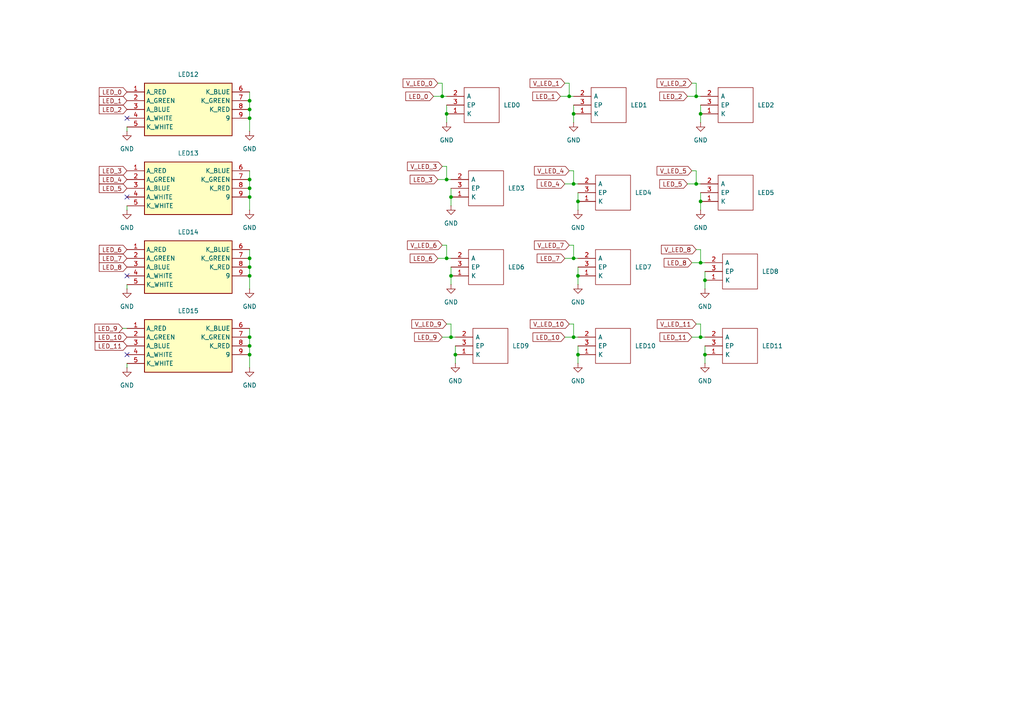
<source format=kicad_sch>
(kicad_sch (version 20231120) (generator "eeschema") (generator_version "8.0")
  (paper "A4")
  (lib_symbols
    (symbol "JR5050CWT-E-B50EB0000-N0000001:JR5050CWT-E-B50EB0000-N0000001" (pin_names (offset 0.762))
      (property "Reference" "LED" (at 16.51 7.62 0))
      (property "Value" "JR5050CWT-E-B50EB0000-N0000001" (at 16.51 5.08 0))
      (symbol "JR5050CWT-E-B50EB0000-N0000001_0_0"
        (pin passive line (at 0 -5.08 0) (length 5.08) (name "K") (number "1"))
        (pin passive line (at 0 0 0) (length 5.08) (name "A") (number "2"))
        (pin passive line (at 0 -2.54 0) (length 5.08) (name "EP") (number "3"))
      )
      (symbol "JR5050CWT-E-B50EB0000-N0000001_0_1"
        (polyline (pts (xy 5.08 2.54) (xy 15.24 2.54) (xy 15.24 -7.62) (xy 5.08 -7.62) (xy 5.08 2.54)) (stroke (width 0.1524)))
      )
    )
    (symbol "XPLDCL-00-0000-0000HC6AAAE7:XPLDCL-00-0000-0000HC6AAAE7"
      (property "Reference" "LED" (at 31.75 7.62 0))
      (property "Value" "XPLDCL-00-0000-0000HC6AAAE7" (at 31.75 5.08 0))
      (symbol "XPLDCL-00-0000-0000HC6AAAE7_1_1"
        (rectangle (start 5.08 2.54) (end 30.48 -12.7) (stroke (width 0.254)) (fill (type background)))
        (pin passive line (at 0 0 0) (length 5.08) (name "A_RED") (number "1"))
        (pin passive line (at 0 -2.54 0) (length 5.08) (name "A_GREEN") (number "2"))
        (pin passive line (at 0 -5.08 0) (length 5.08) (name "A_BLUE") (number "3"))
        (pin passive line (at 0 -7.62 0) (length 5.08) (name "A_WHITE") (number "4"))
        (pin passive line (at 0 -10.16 0) (length 5.08) (name "K_WHITE") (number "5"))
        (pin passive line (at 35.56 0 180) (length 5.08) (name "K_BLUE") (number "6"))
        (pin passive line (at 35.56 -2.54 180) (length 5.08) (name "K_GREEN") (number "7"))
        (pin passive line (at 35.56 -5.08 180) (length 5.08) (name "K_RED") (number "8"))
        (pin passive line (at 35.56 -7.62 180) (length 5.08) (name "9") (number "9"))
      )
    )
    (symbol "power:GND" (power) (pin_numbers hide) (pin_names (offset 0) hide)
      (property "Value" "GND" (at 0 -3.81 0))
      (symbol "GND_0_1"
        (polyline (pts (xy 0 0) (xy 0 -1.27) (xy 1.27 -1.27) (xy 0 -2.54) (xy -1.27 -1.27) (xy 0 -1.27)))
      )
      (symbol "GND_1_1"
        (pin power_in line (at 0 0 270) (length 0) (name "~") (number "1"))
      )
    )
  )
  (junction (at 201.93 53.34))
  (junction (at 165.1 27.94))
  (junction (at 167.64 80.01))
  (junction (at 203.2 58.42))
  (junction (at 129.54 33.02))
  (junction (at 72.39 52.07))
  (junction (at 130.81 80.01))
  (junction (at 128.27 27.94))
  (junction (at 204.47 81.28))
  (junction (at 166.37 53.34))
  (junction (at 203.2 76.2))
  (junction (at 129.54 52.07))
  (junction (at 129.54 74.93))
  (junction (at 72.39 100.33))
  (junction (at 130.81 57.15))
  (junction (at 72.39 34.29))
  (junction (at 72.39 54.61))
  (junction (at 167.64 58.42))
  (junction (at 72.39 57.15))
  (junction (at 201.93 27.94))
  (junction (at 166.37 74.93))
  (junction (at 130.81 97.79))
  (junction (at 203.2 33.02))
  (junction (at 72.39 77.47))
  (junction (at 72.39 74.93))
  (junction (at 204.47 102.87))
  (junction (at 72.39 31.75))
  (junction (at 72.39 102.87))
  (junction (at 132.08 102.87))
  (junction (at 203.2 97.79))
  (junction (at 72.39 80.01))
  (junction (at 166.37 33.02))
  (junction (at 72.39 97.79))
  (junction (at 72.39 29.21))
  (junction (at 167.64 102.87))
  (junction (at 166.37 97.79))
  (no_connect (at 36.83 34.29))
  (no_connect (at 36.83 57.15))
  (no_connect (at 36.83 80.01))
  (no_connect (at 36.83 102.87))
  (wire (pts (xy 163.83 97.79) (xy 166.37 97.79)))
  (wire (pts (xy 72.39 77.47) (xy 72.39 80.01)))
  (wire (pts (xy 166.37 93.98) (xy 166.37 97.79)))
  (wire (pts (xy 203.2 33.02) (xy 203.2 35.56)))
  (wire (pts (xy 72.39 72.39) (xy 72.39 74.93)))
  (wire (pts (xy 201.93 93.98) (xy 203.2 93.98)))
  (wire (pts (xy 165.1 24.13) (xy 165.1 27.94)))
  (wire (pts (xy 199.39 27.94) (xy 201.93 27.94)))
  (wire (pts (xy 200.66 76.2) (xy 203.2 76.2)))
  (wire (pts (xy 72.39 106.68) (xy 72.39 102.87)))
  (wire (pts (xy 165.1 27.94) (xy 166.37 27.94)))
  (wire (pts (xy 127 52.07) (xy 129.54 52.07)))
  (wire (pts (xy 36.83 83.82) (xy 36.83 82.55)))
  (wire (pts (xy 166.37 30.48) (xy 166.37 33.02)))
  (wire (pts (xy 166.37 33.02) (xy 166.37 35.56)))
  (wire (pts (xy 130.81 57.15) (xy 130.81 59.69)))
  (wire (pts (xy 166.37 53.34) (xy 167.64 53.34)))
  (wire (pts (xy 129.54 30.48) (xy 129.54 33.02)))
  (wire (pts (xy 203.2 55.88) (xy 203.2 58.42)))
  (wire (pts (xy 167.64 100.33) (xy 167.64 102.87)))
  (wire (pts (xy 132.08 102.87) (xy 132.08 105.41)))
  (wire (pts (xy 163.83 24.13) (xy 165.1 24.13)))
  (wire (pts (xy 166.37 74.93) (xy 167.64 74.93)))
  (wire (pts (xy 203.2 72.39) (xy 203.2 76.2)))
  (wire (pts (xy 129.54 71.12) (xy 129.54 74.93)))
  (wire (pts (xy 167.64 80.01) (xy 167.64 82.55)))
  (wire (pts (xy 36.83 38.1) (xy 36.83 36.83)))
  (wire (pts (xy 166.37 71.12) (xy 166.37 74.93)))
  (wire (pts (xy 72.39 31.75) (xy 72.39 34.29)))
  (wire (pts (xy 72.39 83.82) (xy 72.39 80.01)))
  (wire (pts (xy 204.47 100.33) (xy 204.47 102.87)))
  (wire (pts (xy 129.54 74.93) (xy 130.81 74.93)))
  (wire (pts (xy 167.64 77.47) (xy 167.64 80.01)))
  (wire (pts (xy 36.83 60.96) (xy 36.83 59.69)))
  (wire (pts (xy 163.83 74.93) (xy 166.37 74.93)))
  (wire (pts (xy 166.37 49.53) (xy 166.37 53.34)))
  (wire (pts (xy 72.39 29.21) (xy 72.39 31.75)))
  (wire (pts (xy 130.81 77.47) (xy 130.81 80.01)))
  (wire (pts (xy 204.47 78.74) (xy 204.47 81.28)))
  (wire (pts (xy 72.39 97.79) (xy 72.39 100.33)))
  (wire (pts (xy 129.54 33.02) (xy 129.54 35.56)))
  (wire (pts (xy 72.39 49.53) (xy 72.39 52.07)))
  (wire (pts (xy 201.93 27.94) (xy 203.2 27.94)))
  (wire (pts (xy 166.37 97.79) (xy 167.64 97.79)))
  (wire (pts (xy 203.2 76.2) (xy 204.47 76.2)))
  (wire (pts (xy 165.1 71.12) (xy 166.37 71.12)))
  (wire (pts (xy 72.39 60.96) (xy 72.39 57.15)))
  (wire (pts (xy 200.66 97.79) (xy 203.2 97.79)))
  (wire (pts (xy 201.93 72.39) (xy 203.2 72.39)))
  (wire (pts (xy 130.81 54.61) (xy 130.81 57.15)))
  (wire (pts (xy 167.64 102.87) (xy 167.64 105.41)))
  (wire (pts (xy 201.93 53.34) (xy 203.2 53.34)))
  (wire (pts (xy 36.83 106.68) (xy 36.83 105.41)))
  (wire (pts (xy 127 24.13) (xy 128.27 24.13)))
  (wire (pts (xy 35.56 95.25) (xy 36.83 95.25)))
  (wire (pts (xy 72.39 52.07) (xy 72.39 54.61)))
  (wire (pts (xy 127 74.93) (xy 129.54 74.93)))
  (wire (pts (xy 128.27 97.79) (xy 130.81 97.79)))
  (wire (pts (xy 200.66 49.53) (xy 201.93 49.53)))
  (wire (pts (xy 163.83 53.34) (xy 166.37 53.34)))
  (wire (pts (xy 200.66 24.13) (xy 201.93 24.13)))
  (wire (pts (xy 201.93 49.53) (xy 201.93 53.34)))
  (wire (pts (xy 203.2 58.42) (xy 203.2 60.96)))
  (wire (pts (xy 130.81 80.01) (xy 130.81 82.55)))
  (wire (pts (xy 165.1 93.98) (xy 166.37 93.98)))
  (wire (pts (xy 129.54 52.07) (xy 130.81 52.07)))
  (wire (pts (xy 72.39 38.1) (xy 72.39 34.29)))
  (wire (pts (xy 130.81 97.79) (xy 132.08 97.79)))
  (wire (pts (xy 129.54 93.98) (xy 130.81 93.98)))
  (wire (pts (xy 165.1 49.53) (xy 166.37 49.53)))
  (wire (pts (xy 128.27 48.26) (xy 129.54 48.26)))
  (wire (pts (xy 199.39 53.34) (xy 201.93 53.34)))
  (wire (pts (xy 125.73 27.94) (xy 128.27 27.94)))
  (wire (pts (xy 72.39 54.61) (xy 72.39 57.15)))
  (wire (pts (xy 72.39 100.33) (xy 72.39 102.87)))
  (wire (pts (xy 167.64 58.42) (xy 167.64 60.96)))
  (wire (pts (xy 72.39 95.25) (xy 72.39 97.79)))
  (wire (pts (xy 204.47 102.87) (xy 204.47 105.41)))
  (wire (pts (xy 72.39 74.93) (xy 72.39 77.47)))
  (wire (pts (xy 128.27 71.12) (xy 129.54 71.12)))
  (wire (pts (xy 201.93 24.13) (xy 201.93 27.94)))
  (wire (pts (xy 203.2 93.98) (xy 203.2 97.79)))
  (wire (pts (xy 72.39 26.67) (xy 72.39 29.21)))
  (wire (pts (xy 203.2 97.79) (xy 204.47 97.79)))
  (wire (pts (xy 128.27 27.94) (xy 129.54 27.94)))
  (wire (pts (xy 128.27 24.13) (xy 128.27 27.94)))
  (wire (pts (xy 204.47 81.28) (xy 204.47 83.82)))
  (wire (pts (xy 162.56 27.94) (xy 165.1 27.94)))
  (wire (pts (xy 132.08 100.33) (xy 132.08 102.87)))
  (wire (pts (xy 167.64 55.88) (xy 167.64 58.42)))
  (wire (pts (xy 130.81 93.98) (xy 130.81 97.79)))
  (wire (pts (xy 129.54 48.26) (xy 129.54 52.07)))
  (wire (pts (xy 203.2 30.48) (xy 203.2 33.02)))
  (global_label "LED_4" (shape input) (at 163.83 53.34 180) (property "Intersheetrefs" "${INTERSHEET_REFS}" (effects (hide yes))))
  (global_label "LED_8" (shape input) (at 200.66 76.2 180) (property "Intersheetrefs" "${INTERSHEET_REFS}" (effects (hide yes))))
  (global_label "LED_1" (shape input) (at 162.56 27.94 180) (property "Intersheetrefs" "${INTERSHEET_REFS}" (effects (hide yes))))
  (global_label "LED_2" (shape input) (at 36.83 31.75 180) (property "Intersheetrefs" "${INTERSHEET_REFS}" (effects (hide yes))))
  (global_label "LED_0" (shape input) (at 36.83 26.67 180) (property "Intersheetrefs" "${INTERSHEET_REFS}" (effects (hide yes))))
  (global_label "LED_9" (shape input) (at 35.56 95.25 180) (property "Intersheetrefs" "${INTERSHEET_REFS}" (effects (hide yes))))
  (global_label "V_LED_1" (shape input) (at 163.83 24.13 180) (property "Intersheetrefs" "${INTERSHEET_REFS}" (effects (hide yes))))
  (global_label "V_LED_11" (shape input) (at 201.93 93.98 180) (property "Intersheetrefs" "${INTERSHEET_REFS}" (effects (hide yes))))
  (global_label "LED_1" (shape input) (at 36.83 29.21 180) (property "Intersheetrefs" "${INTERSHEET_REFS}" (effects (hide yes))))
  (global_label "V_LED_7" (shape input) (at 165.1 71.12 180) (property "Intersheetrefs" "${INTERSHEET_REFS}" (effects (hide yes))))
  (global_label "V_LED_9" (shape input) (at 129.54 93.98 180) (property "Intersheetrefs" "${INTERSHEET_REFS}" (effects (hide yes))))
  (global_label "LED_11" (shape input) (at 36.83 100.33 180) (property "Intersheetrefs" "${INTERSHEET_REFS}" (effects (hide yes))))
  (global_label "V_LED_2" (shape input) (at 200.66 24.13 180) (property "Intersheetrefs" "${INTERSHEET_REFS}" (effects (hide yes))))
  (global_label "V_LED_3" (shape input) (at 128.27 48.26 180) (property "Intersheetrefs" "${INTERSHEET_REFS}" (effects (hide yes))))
  (global_label "LED_5" (shape input) (at 199.39 53.34 180) (property "Intersheetrefs" "${INTERSHEET_REFS}" (effects (hide yes))))
  (global_label "LED_8" (shape input) (at 36.83 77.47 180) (property "Intersheetrefs" "${INTERSHEET_REFS}" (effects (hide yes))))
  (global_label "V_LED_8" (shape input) (at 201.93 72.39 180) (property "Intersheetrefs" "${INTERSHEET_REFS}" (effects (hide yes))))
  (global_label "LED_11" (shape input) (at 200.66 97.79 180) (property "Intersheetrefs" "${INTERSHEET_REFS}" (effects (hide yes))))
  (global_label "LED_6" (shape input) (at 127 74.93 180) (property "Intersheetrefs" "${INTERSHEET_REFS}" (effects (hide yes))))
  (global_label "LED_10" (shape input) (at 36.83 97.79 180) (property "Intersheetrefs" "${INTERSHEET_REFS}" (effects (hide yes))))
  (global_label "LED_3" (shape input) (at 36.83 49.53 180) (property "Intersheetrefs" "${INTERSHEET_REFS}" (effects (hide yes))))
  (global_label "LED_10" (shape input) (at 163.83 97.79 180) (property "Intersheetrefs" "${INTERSHEET_REFS}" (effects (hide yes))))
  (global_label "LED_2" (shape input) (at 199.39 27.94 180) (property "Intersheetrefs" "${INTERSHEET_REFS}" (effects (hide yes))))
  (global_label "V_LED_6" (shape input) (at 128.27 71.12 180) (property "Intersheetrefs" "${INTERSHEET_REFS}" (effects (hide yes))))
  (global_label "LED_3" (shape input) (at 127 52.07 180) (property "Intersheetrefs" "${INTERSHEET_REFS}" (effects (hide yes))))
  (global_label "LED_7" (shape input) (at 36.83 74.93 180) (property "Intersheetrefs" "${INTERSHEET_REFS}" (effects (hide yes))))
  (global_label "LED_4" (shape input) (at 36.83 52.07 180) (property "Intersheetrefs" "${INTERSHEET_REFS}" (effects (hide yes))))
  (global_label "V_LED_0" (shape input) (at 127 24.13 180) (property "Intersheetrefs" "${INTERSHEET_REFS}" (effects (hide yes))))
  (global_label "LED_9" (shape input) (at 128.27 97.79 180) (property "Intersheetrefs" "${INTERSHEET_REFS}" (effects (hide yes))))
  (global_label "V_LED_10" (shape input) (at 165.1 93.98 180) (property "Intersheetrefs" "${INTERSHEET_REFS}" (effects (hide yes))))
  (global_label "V_LED_4" (shape input) (at 165.1 49.53 180) (property "Intersheetrefs" "${INTERSHEET_REFS}" (effects (hide yes))))
  (global_label "LED_0" (shape input) (at 125.73 27.94 180) (property "Intersheetrefs" "${INTERSHEET_REFS}" (effects (hide yes))))
  (global_label "V_LED_5" (shape input) (at 200.66 49.53 180) (property "Intersheetrefs" "${INTERSHEET_REFS}" (effects (hide yes))))
  (global_label "LED_7" (shape input) (at 163.83 74.93 180) (property "Intersheetrefs" "${INTERSHEET_REFS}" (effects (hide yes))))
  (global_label "LED_5" (shape input) (at 36.83 54.61 180) (property "Intersheetrefs" "${INTERSHEET_REFS}" (effects (hide yes))))
  (global_label "LED_6" (shape input) (at 36.83 72.39 180) (property "Intersheetrefs" "${INTERSHEET_REFS}" (effects (hide yes))))
  (symbol (lib_id "power:GND") (at 130.81 82.55 0) (unit 1)
    (property "Reference" "#PWR053" (effects (hide yes)))
    (property "Value" "GND" (at 130.81 87.63 0))
    (property "Description" "Power symbol creates a global label with name \"GND\" , ground" (effects (hide yes)))
  )
  (symbol (lib_id "power:GND") (at 72.39 83.82 0) (unit 1)
    (property "Reference" "#PWR012" (effects (hide yes)))
    (property "Value" "GND" (at 72.39 88.9 0))
    (property "Description" "Power symbol creates a global label with name \"GND\" , ground" (effects (hide yes)))
  )
  (symbol (lib_id "power:GND") (at 129.54 35.56 0) (unit 1)
    (property "Reference" "#PWR040" (effects (hide yes)))
    (property "Value" "GND" (at 129.54 40.64 0))
    (property "Description" "Power symbol creates a global label with name \"GND\" , ground" (effects (hide yes)))
  )
  (symbol (lib_id "JR5050CWT-E-B50EB0000-N0000001:JR5050CWT-E-B50EB0000-N0000001") (at 167.64 74.93 0) (unit 1)
    (property "Reference" "LED7" (at 184.15 77.4699 0) (effects (justify left)))
    (property "Value" "JR5050CWT-E-B50EB0000-N0000001" (effects (hide yes)))
    (property "Footprint" "JR5050CWTEB50EB0000N0000001" (effects (hide yes)))
    (property "Datasheet" "https://downloads.cree-led.com/files/ds/j/JSeries-5050C.pdf" (effects (hide yes)))
    (property "Description" "Mid-Power LEDs - White JR5050C 6V E Class (5W)" (effects (hide yes)))
    (property "Description_1" "Mid-Power LEDs - White JR5050C 6V E Class (5W)" (effects (hide yes)))
    (property "Height" "0.95" (effects (hide yes)))
    (property "Mouser Part Number" "941-JR5050CWTEB50EBN" (effects (hide yes)))
    (property "Mouser Price/Stock" "https://www.mouser.co.uk/ProductDetail/Cree-LED/JR5050CWT-E-B50EB0000-N0000001?qs=9vOqFld9vZVUMTGC19eA5A%3D%3D" (effects (hide yes)))
    (property "Manufacturer_Name" "CREE LED" (effects (hide yes)))
    (property "Manufacturer_Part_Number" "JR5050CWT-E-B50EB0000-N0000001" (effects (hide yes)))
  )
  (symbol (lib_id "power:GND") (at 72.39 60.96 0) (unit 1)
    (property "Reference" "#PWR010" (effects (hide yes)))
    (property "Value" "GND" (at 72.39 66.04 0))
    (property "Description" "Power symbol creates a global label with name \"GND\" , ground" (effects (hide yes)))
  )
  (symbol (lib_id "power:GND") (at 167.64 60.96 0) (unit 1)
    (property "Reference" "#PWR051" (effects (hide yes)))
    (property "Value" "GND" (at 167.64 66.04 0))
    (property "Description" "Power symbol creates a global label with name \"GND\" , ground" (effects (hide yes)))
  )
  (symbol (lib_id "XPLDCL-00-0000-0000HC6AAAE7:XPLDCL-00-0000-0000HC6AAAE7") (at 36.83 26.67 0) (unit 1)
    (property "Reference" "LED12" (at 54.61 21.59 0))
    (property "Value" "XPLDCL-00-0000-0000HC6AAAE7" (effects (hide yes)))
    (property "Footprint" "CREE_RGB_LED:XPLDCL0000000000HC6AAAE7" (effects (hide yes)))
    (property "Datasheet" "https://downloads.cree-led.com/files/ds/x/XLamp-XPLDCL.pdf" (effects (hide yes)))
    (property "Description" "LED Lighting Color XLamp XP-L Red, Green, Blue, White - Warm (RGBW) 625nm Red, 528nm Green, 458nm Blue, 3000K White 1414 (3535 Metric)" (effects (hide yes)))
    (property "Height" "2.83" (effects (hide yes)))
    (property "Mouser Part Number" "941-XPLDCL00HC6AAAE7" (effects (hide yes)))
    (property "Mouser Price/Stock" "https://www.mouser.co.uk/ProductDetail/Cree-LED/XPLDCL-00-0000-0000HC6AAAE7?qs=i8QVZAFTkqRih4SMA%252BJLrw%3D%3D" (effects (hide yes)))
    (property "Manufacturer_Name" "CREE LED" (effects (hide yes)))
    (property "Manufacturer_Part_Number" "XPLDCL-00-0000-0000HC6AAAE7" (effects (hide yes)))
  )
  (symbol (lib_id "JR5050CWT-E-B50EB0000-N0000001:JR5050CWT-E-B50EB0000-N0000001") (at 204.47 76.2 0) (unit 1)
    (property "Reference" "LED8" (at 220.98 78.7399 0) (effects (justify left)))
    (property "Value" "JR5050CWT-E-B50EB0000-N0000001" (effects (hide yes)))
    (property "Footprint" "JR5050CWTEB50EB0000N0000001" (effects (hide yes)))
    (property "Datasheet" "https://downloads.cree-led.com/files/ds/j/JSeries-5050C.pdf" (effects (hide yes)))
    (property "Description" "Mid-Power LEDs - White JR5050C 6V E Class (5W)" (effects (hide yes)))
    (property "Description_1" "Mid-Power LEDs - White JR5050C 6V E Class (5W)" (effects (hide yes)))
    (property "Height" "0.95" (effects (hide yes)))
    (property "Mouser Part Number" "941-JR5050CWTEB50EBN" (effects (hide yes)))
    (property "Mouser Price/Stock" "https://www.mouser.co.uk/ProductDetail/Cree-LED/JR5050CWT-E-B50EB0000-N0000001?qs=9vOqFld9vZVUMTGC19eA5A%3D%3D" (effects (hide yes)))
    (property "Manufacturer_Name" "CREE LED" (effects (hide yes)))
    (property "Manufacturer_Part_Number" "JR5050CWT-E-B50EB0000-N0000001" (effects (hide yes)))
  )
  (symbol (lib_id "power:GND") (at 36.83 106.68 0) (unit 1)
    (property "Reference" "#PWR013" (effects (hide yes)))
    (property "Value" "GND" (at 36.83 111.76 0))
    (property "Description" "Power symbol creates a global label with name \"GND\" , ground" (effects (hide yes)))
  )
  (symbol (lib_id "XPLDCL-00-0000-0000HC6AAAE7:XPLDCL-00-0000-0000HC6AAAE7") (at 36.83 49.53 0) (unit 1)
    (property "Reference" "LED13" (at 54.61 44.45 0))
    (property "Value" "XPLDCL-00-0000-0000HC6AAAE7" (effects (hide yes)))
    (property "Footprint" "CREE_RGB_LED:XPLDCL0000000000HC6AAAE7" (effects (hide yes)))
    (property "Datasheet" "https://downloads.cree-led.com/files/ds/x/XLamp-XPLDCL.pdf" (effects (hide yes)))
    (property "Description" "LED Lighting Color XLamp XP-L Red, Green, Blue, White - Warm (RGBW) 625nm Red, 528nm Green, 458nm Blue, 3000K White 1414 (3535 Metric)" (effects (hide yes)))
    (property "Height" "2.83" (effects (hide yes)))
    (property "Mouser Part Number" "941-XPLDCL00HC6AAAE7" (effects (hide yes)))
    (property "Mouser Price/Stock" "https://www.mouser.co.uk/ProductDetail/Cree-LED/XPLDCL-00-0000-0000HC6AAAE7?qs=i8QVZAFTkqRih4SMA%252BJLrw%3D%3D" (effects (hide yes)))
    (property "Manufacturer_Name" "CREE LED" (effects (hide yes)))
    (property "Manufacturer_Part_Number" "XPLDCL-00-0000-0000HC6AAAE7" (effects (hide yes)))
  )
  (symbol (lib_id "JR5050CWT-E-B50EB0000-N0000001:JR5050CWT-E-B50EB0000-N0000001") (at 203.2 53.34 0) (unit 1)
    (property "Reference" "LED5" (at 219.71 55.8799 0) (effects (justify left)))
    (property "Value" "JR5050CWT-E-B50EB0000-N0000001" (effects (hide yes)))
    (property "Footprint" "JR5050CWTEB50EB0000N0000001" (effects (hide yes)))
    (property "Datasheet" "https://downloads.cree-led.com/files/ds/j/JSeries-5050C.pdf" (effects (hide yes)))
    (property "Description" "Mid-Power LEDs - White JR5050C 6V E Class (5W)" (effects (hide yes)))
    (property "Description_1" "Mid-Power LEDs - White JR5050C 6V E Class (5W)" (effects (hide yes)))
    (property "Height" "0.95" (effects (hide yes)))
    (property "Mouser Part Number" "941-JR5050CWTEB50EBN" (effects (hide yes)))
    (property "Mouser Price/Stock" "https://www.mouser.co.uk/ProductDetail/Cree-LED/JR5050CWT-E-B50EB0000-N0000001?qs=9vOqFld9vZVUMTGC19eA5A%3D%3D" (effects (hide yes)))
    (property "Manufacturer_Name" "CREE LED" (effects (hide yes)))
    (property "Manufacturer_Part_Number" "JR5050CWT-E-B50EB0000-N0000001" (effects (hide yes)))
  )
  (symbol (lib_id "power:GND") (at 167.64 105.41 0) (unit 1)
    (property "Reference" "#PWR057" (effects (hide yes)))
    (property "Value" "GND" (at 167.64 110.49 0))
    (property "Description" "Power symbol creates a global label with name \"GND\" , ground" (effects (hide yes)))
  )
  (symbol (lib_id "power:GND") (at 166.37 35.56 0) (unit 1)
    (property "Reference" "#PWR048" (effects (hide yes)))
    (property "Value" "GND" (at 166.37 40.64 0))
    (property "Description" "Power symbol creates a global label with name \"GND\" , ground" (effects (hide yes)))
  )
  (symbol (lib_id "power:GND") (at 72.39 38.1 0) (unit 1)
    (property "Reference" "#PWR05" (effects (hide yes)))
    (property "Value" "GND" (at 72.39 43.18 0))
    (property "Description" "Power symbol creates a global label with name \"GND\" , ground" (effects (hide yes)))
  )
  (symbol (lib_id "XPLDCL-00-0000-0000HC6AAAE7:XPLDCL-00-0000-0000HC6AAAE7") (at 36.83 95.25 0) (unit 1)
    (property "Reference" "LED15" (at 54.61 90.17 0))
    (property "Value" "XPLDCL-00-0000-0000HC6AAAE7" (effects (hide yes)))
    (property "Footprint" "XPLDCL0000000000HC6AAAE7" (effects (hide yes)))
    (property "Datasheet" "https://downloads.cree-led.com/files/ds/x/XLamp-XPLDCL.pdf" (effects (hide yes)))
    (property "Description" "LED Lighting Color XLamp XP-L Red, Green, Blue, White - Warm (RGBW) 625nm Red, 528nm Green, 458nm Blue, 3000K White 1414 (3535 Metric)" (effects (hide yes)))
    (property "Height" "2.83" (effects (hide yes)))
    (property "Mouser Part Number" "941-XPLDCL00HC6AAAE7" (effects (hide yes)))
    (property "Mouser Price/Stock" "https://www.mouser.co.uk/ProductDetail/Cree-LED/XPLDCL-00-0000-0000HC6AAAE7?qs=i8QVZAFTkqRih4SMA%252BJLrw%3D%3D" (effects (hide yes)))
    (property "Manufacturer_Name" "CREE LED" (effects (hide yes)))
    (property "Manufacturer_Part_Number" "XPLDCL-00-0000-0000HC6AAAE7" (effects (hide yes)))
  )
  (symbol (lib_id "JR5050CWT-E-B50EB0000-N0000001:JR5050CWT-E-B50EB0000-N0000001") (at 130.81 52.07 0) (unit 1)
    (property "Reference" "LED3" (at 147.32 54.6099 0) (effects (justify left)))
    (property "Value" "JR5050CWT-E-B50EB0000-N0000001" (effects (hide yes)))
    (property "Footprint" "JR5050CWTEB50EB0000N0000001" (effects (hide yes)))
    (property "Datasheet" "https://downloads.cree-led.com/files/ds/j/JSeries-5050C.pdf" (effects (hide yes)))
    (property "Description" "Mid-Power LEDs - White JR5050C 6V E Class (5W)" (effects (hide yes)))
    (property "Description_1" "Mid-Power LEDs - White JR5050C 6V E Class (5W)" (effects (hide yes)))
    (property "Height" "0.95" (effects (hide yes)))
    (property "Mouser Part Number" "941-JR5050CWTEB50EBN" (effects (hide yes)))
    (property "Mouser Price/Stock" "https://www.mouser.co.uk/ProductDetail/Cree-LED/JR5050CWT-E-B50EB0000-N0000001?qs=9vOqFld9vZVUMTGC19eA5A%3D%3D" (effects (hide yes)))
    (property "Manufacturer_Name" "CREE LED" (effects (hide yes)))
    (property "Manufacturer_Part_Number" "JR5050CWT-E-B50EB0000-N0000001" (effects (hide yes)))
  )
  (symbol (lib_id "JR5050CWT-E-B50EB0000-N0000001:JR5050CWT-E-B50EB0000-N0000001") (at 167.64 97.79 0) (unit 1)
    (property "Reference" "LED10" (at 184.15 100.3299 0) (effects (justify left)))
    (property "Value" "JR5050CWT-E-B50EB0000-N0000001" (effects (hide yes)))
    (property "Footprint" "JR5050CWTEB50EB0000N0000001" (effects (hide yes)))
    (property "Datasheet" "https://downloads.cree-led.com/files/ds/j/JSeries-5050C.pdf" (effects (hide yes)))
    (property "Description" "Mid-Power LEDs - White JR5050C 6V E Class (5W)" (effects (hide yes)))
    (property "Description_1" "Mid-Power LEDs - White JR5050C 6V E Class (5W)" (effects (hide yes)))
    (property "Height" "0.95" (effects (hide yes)))
    (property "Mouser Part Number" "941-JR5050CWTEB50EBN" (effects (hide yes)))
    (property "Mouser Price/Stock" "https://www.mouser.co.uk/ProductDetail/Cree-LED/JR5050CWT-E-B50EB0000-N0000001?qs=9vOqFld9vZVUMTGC19eA5A%3D%3D" (effects (hide yes)))
    (property "Manufacturer_Name" "CREE LED" (effects (hide yes)))
    (property "Manufacturer_Part_Number" "JR5050CWT-E-B50EB0000-N0000001" (effects (hide yes)))
  )
  (symbol (lib_id "power:GND") (at 203.2 60.96 0) (unit 1)
    (property "Reference" "#PWR052" (effects (hide yes)))
    (property "Value" "GND" (at 203.2 66.04 0))
    (property "Description" "Power symbol creates a global label with name \"GND\" , ground" (effects (hide yes)))
  )
  (symbol (lib_id "power:GND") (at 72.39 106.68 0) (unit 1)
    (property "Reference" "#PWR014" (effects (hide yes)))
    (property "Value" "GND" (at 72.39 111.76 0))
    (property "Description" "Power symbol creates a global label with name \"GND\" , ground" (effects (hide yes)))
  )
  (symbol (lib_id "power:GND") (at 36.83 60.96 0) (unit 1)
    (property "Reference" "#PWR09" (effects (hide yes)))
    (property "Value" "GND" (at 36.83 66.04 0))
    (property "Description" "Power symbol creates a global label with name \"GND\" , ground" (effects (hide yes)))
  )
  (symbol (lib_id "JR5050CWT-E-B50EB0000-N0000001:JR5050CWT-E-B50EB0000-N0000001") (at 132.08 97.79 0) (unit 1)
    (property "Reference" "LED9" (at 148.59 100.3299 0) (effects (justify left)))
    (property "Value" "JR5050CWT-E-B50EB0000-N0000001" (effects (hide yes)))
    (property "Footprint" "JR5050CWTEB50EB0000N0000001" (effects (hide yes)))
    (property "Datasheet" "https://downloads.cree-led.com/files/ds/j/JSeries-5050C.pdf" (effects (hide yes)))
    (property "Description" "Mid-Power LEDs - White JR5050C 6V E Class (5W)" (effects (hide yes)))
    (property "Description_1" "Mid-Power LEDs - White JR5050C 6V E Class (5W)" (effects (hide yes)))
    (property "Height" "0.95" (effects (hide yes)))
    (property "Mouser Part Number" "941-JR5050CWTEB50EBN" (effects (hide yes)))
    (property "Mouser Price/Stock" "https://www.mouser.co.uk/ProductDetail/Cree-LED/JR5050CWT-E-B50EB0000-N0000001?qs=9vOqFld9vZVUMTGC19eA5A%3D%3D" (effects (hide yes)))
    (property "Manufacturer_Name" "CREE LED" (effects (hide yes)))
    (property "Manufacturer_Part_Number" "JR5050CWT-E-B50EB0000-N0000001" (effects (hide yes)))
  )
  (symbol (lib_id "JR5050CWT-E-B50EB0000-N0000001:JR5050CWT-E-B50EB0000-N0000001") (at 203.2 27.94 0) (unit 1)
    (property "Reference" "LED2" (at 219.71 30.4799 0) (effects (justify left)))
    (property "Value" "JR5050CWT-E-B50EB0000-N0000001" (effects (hide yes)))
    (property "Footprint" "JR5050CWTEB50EB0000N0000001" (effects (hide yes)))
    (property "Datasheet" "https://downloads.cree-led.com/files/ds/j/JSeries-5050C.pdf" (effects (hide yes)))
    (property "Description" "Mid-Power LEDs - White JR5050C 6V E Class (5W)" (effects (hide yes)))
    (property "Description_1" "Mid-Power LEDs - White JR5050C 6V E Class (5W)" (effects (hide yes)))
    (property "Height" "0.95" (effects (hide yes)))
    (property "Mouser Part Number" "941-JR5050CWTEB50EBN" (effects (hide yes)))
    (property "Mouser Price/Stock" "https://www.mouser.co.uk/ProductDetail/Cree-LED/JR5050CWT-E-B50EB0000-N0000001?qs=9vOqFld9vZVUMTGC19eA5A%3D%3D" (effects (hide yes)))
    (property "Manufacturer_Name" "CREE LED" (effects (hide yes)))
    (property "Manufacturer_Part_Number" "JR5050CWT-E-B50EB0000-N0000001" (effects (hide yes)))
  )
  (symbol (lib_id "JR5050CWT-E-B50EB0000-N0000001:JR5050CWT-E-B50EB0000-N0000001") (at 129.54 27.94 0) (unit 1)
    (property "Reference" "LED0" (at 146.05 30.4799 0) (effects (justify left)))
    (property "Value" "JR5050CWT-E-B50EB0000-N0000001" (effects (hide yes)))
    (property "Footprint" "Cree_White_LED:JR5050CWTEB50EB0000N0000001" (effects (hide yes)))
    (property "Datasheet" "https://downloads.cree-led.com/files/ds/j/JSeries-5050C.pdf" (effects (hide yes)))
    (property "Description" "Mid-Power LEDs - White JR5050C 6V E Class (5W)" (effects (hide yes)))
    (property "Description_1" "Mid-Power LEDs - White JR5050C 6V E Class (5W)" (effects (hide yes)))
    (property "Height" "0.95" (effects (hide yes)))
    (property "Mouser Part Number" "941-JR5050CWTEB50EBN" (effects (hide yes)))
    (property "Mouser Price/Stock" "https://www.mouser.co.uk/ProductDetail/Cree-LED/JR5050CWT-E-B50EB0000-N0000001?qs=9vOqFld9vZVUMTGC19eA5A%3D%3D" (effects (hide yes)))
    (property "Manufacturer_Name" "CREE LED" (effects (hide yes)))
    (property "Manufacturer_Part_Number" "JR5050CWT-E-B50EB0000-N0000001" (effects (hide yes)))
  )
  (symbol (lib_id "power:GND") (at 167.64 82.55 0) (unit 1)
    (property "Reference" "#PWR054" (effects (hide yes)))
    (property "Value" "GND" (at 167.64 87.63 0))
    (property "Description" "Power symbol creates a global label with name \"GND\" , ground" (effects (hide yes)))
  )
  (symbol (lib_id "JR5050CWT-E-B50EB0000-N0000001:JR5050CWT-E-B50EB0000-N0000001") (at 130.81 74.93 0) (unit 1)
    (property "Reference" "LED6" (at 147.32 77.4699 0) (effects (justify left)))
    (property "Value" "JR5050CWT-E-B50EB0000-N0000001" (effects (hide yes)))
    (property "Footprint" "JR5050CWTEB50EB0000N0000001" (effects (hide yes)))
    (property "Datasheet" "https://downloads.cree-led.com/files/ds/j/JSeries-5050C.pdf" (effects (hide yes)))
    (property "Description" "Mid-Power LEDs - White JR5050C 6V E Class (5W)" (effects (hide yes)))
    (property "Description_1" "Mid-Power LEDs - White JR5050C 6V E Class (5W)" (effects (hide yes)))
    (property "Height" "0.95" (effects (hide yes)))
    (property "Mouser Part Number" "941-JR5050CWTEB50EBN" (effects (hide yes)))
    (property "Mouser Price/Stock" "https://www.mouser.co.uk/ProductDetail/Cree-LED/JR5050CWT-E-B50EB0000-N0000001?qs=9vOqFld9vZVUMTGC19eA5A%3D%3D" (effects (hide yes)))
    (property "Manufacturer_Name" "CREE LED" (effects (hide yes)))
    (property "Manufacturer_Part_Number" "JR5050CWT-E-B50EB0000-N0000001" (effects (hide yes)))
  )
  (symbol (lib_id "power:GND") (at 36.83 38.1 0) (unit 1)
    (property "Reference" "#PWR06" (effects (hide yes)))
    (property "Value" "GND" (at 36.83 43.18 0))
    (property "Description" "Power symbol creates a global label with name \"GND\" , ground" (effects (hide yes)))
  )
  (symbol (lib_id "power:GND") (at 203.2 35.56 0) (unit 1)
    (property "Reference" "#PWR049" (effects (hide yes)))
    (property "Value" "GND" (at 203.2 40.64 0))
    (property "Description" "Power symbol creates a global label with name \"GND\" , ground" (effects (hide yes)))
  )
  (symbol (lib_id "power:GND") (at 130.81 59.69 0) (unit 1)
    (property "Reference" "#PWR050" (effects (hide yes)))
    (property "Value" "GND" (at 130.81 64.77 0))
    (property "Description" "Power symbol creates a global label with name \"GND\" , ground" (effects (hide yes)))
  )
  (symbol (lib_id "JR5050CWT-E-B50EB0000-N0000001:JR5050CWT-E-B50EB0000-N0000001") (at 166.37 27.94 0) (unit 1)
    (property "Reference" "LED1" (at 182.88 30.4799 0) (effects (justify left)))
    (property "Value" "JR5050CWT-E-B50EB0000-N0000001" (effects (hide yes)))
    (property "Footprint" "Cree_White_LED:JR5050CWTEB50EB0000N0000001" (effects (hide yes)))
    (property "Datasheet" "https://downloads.cree-led.com/files/ds/j/JSeries-5050C.pdf" (effects (hide yes)))
    (property "Description" "Mid-Power LEDs - White JR5050C 6V E Class (5W)" (effects (hide yes)))
    (property "Description_1" "Mid-Power LEDs - White JR5050C 6V E Class (5W)" (effects (hide yes)))
    (property "Height" "0.95" (effects (hide yes)))
    (property "Mouser Part Number" "941-JR5050CWTEB50EBN" (effects (hide yes)))
    (property "Mouser Price/Stock" "https://www.mouser.co.uk/ProductDetail/Cree-LED/JR5050CWT-E-B50EB0000-N0000001?qs=9vOqFld9vZVUMTGC19eA5A%3D%3D" (effects (hide yes)))
    (property "Manufacturer_Name" "CREE LED" (effects (hide yes)))
    (property "Manufacturer_Part_Number" "JR5050CWT-E-B50EB0000-N0000001" (effects (hide yes)))
  )
  (symbol (lib_id "JR5050CWT-E-B50EB0000-N0000001:JR5050CWT-E-B50EB0000-N0000001") (at 167.64 53.34 0) (unit 1)
    (property "Reference" "LED4" (at 184.15 55.8799 0) (effects (justify left)))
    (property "Value" "JR5050CWT-E-B50EB0000-N0000001" (effects (hide yes)))
    (property "Footprint" "JR5050CWTEB50EB0000N0000001" (effects (hide yes)))
    (property "Datasheet" "https://downloads.cree-led.com/files/ds/j/JSeries-5050C.pdf" (effects (hide yes)))
    (property "Description" "Mid-Power LEDs - White JR5050C 6V E Class (5W)" (effects (hide yes)))
    (property "Description_1" "Mid-Power LEDs - White JR5050C 6V E Class (5W)" (effects (hide yes)))
    (property "Height" "0.95" (effects (hide yes)))
    (property "Mouser Part Number" "941-JR5050CWTEB50EBN" (effects (hide yes)))
    (property "Mouser Price/Stock" "https://www.mouser.co.uk/ProductDetail/Cree-LED/JR5050CWT-E-B50EB0000-N0000001?qs=9vOqFld9vZVUMTGC19eA5A%3D%3D" (effects (hide yes)))
    (property "Manufacturer_Name" "CREE LED" (effects (hide yes)))
    (property "Manufacturer_Part_Number" "JR5050CWT-E-B50EB0000-N0000001" (effects (hide yes)))
  )
  (symbol (lib_id "power:GND") (at 132.08 105.41 0) (unit 1)
    (property "Reference" "#PWR056" (effects (hide yes)))
    (property "Value" "GND" (at 132.08 110.49 0))
    (property "Description" "Power symbol creates a global label with name \"GND\" , ground" (effects (hide yes)))
  )
  (symbol (lib_id "power:GND") (at 204.47 83.82 0) (unit 1)
    (property "Reference" "#PWR055" (effects (hide yes)))
    (property "Value" "GND" (at 204.47 88.9 0))
    (property "Description" "Power symbol creates a global label with name \"GND\" , ground" (effects (hide yes)))
  )
  (symbol (lib_id "power:GND") (at 204.47 105.41 0) (unit 1)
    (property "Reference" "#PWR058" (effects (hide yes)))
    (property "Value" "GND" (at 204.47 110.49 0))
    (property "Description" "Power symbol creates a global label with name \"GND\" , ground" (effects (hide yes)))
  )
  (symbol (lib_id "XPLDCL-00-0000-0000HC6AAAE7:XPLDCL-00-0000-0000HC6AAAE7") (at 36.83 72.39 0) (unit 1)
    (property "Reference" "LED14" (at 54.61 67.31 0))
    (property "Value" "XPLDCL-00-0000-0000HC6AAAE7" (effects (hide yes)))
    (property "Footprint" "XPLDCL0000000000HC6AAAE7" (effects (hide yes)))
    (property "Datasheet" "https://downloads.cree-led.com/files/ds/x/XLamp-XPLDCL.pdf" (effects (hide yes)))
    (property "Description" "LED Lighting Color XLamp XP-L Red, Green, Blue, White - Warm (RGBW) 625nm Red, 528nm Green, 458nm Blue, 3000K White 1414 (3535 Metric)" (effects (hide yes)))
    (property "Height" "2.83" (effects (hide yes)))
    (property "Mouser Part Number" "941-XPLDCL00HC6AAAE7" (effects (hide yes)))
    (property "Mouser Price/Stock" "https://www.mouser.co.uk/ProductDetail/Cree-LED/XPLDCL-00-0000-0000HC6AAAE7?qs=i8QVZAFTkqRih4SMA%252BJLrw%3D%3D" (effects (hide yes)))
    (property "Manufacturer_Name" "CREE LED" (effects (hide yes)))
    (property "Manufacturer_Part_Number" "XPLDCL-00-0000-0000HC6AAAE7" (effects (hide yes)))
  )
  (symbol (lib_id "JR5050CWT-E-B50EB0000-N0000001:JR5050CWT-E-B50EB0000-N0000001") (at 204.47 97.79 0) (unit 1)
    (property "Reference" "LED11" (at 220.98 100.3299 0) (effects (justify left)))
    (property "Value" "JR5050CWT-E-B50EB0000-N0000001" (effects (hide yes)))
    (property "Footprint" "JR5050CWTEB50EB0000N0000001" (effects (hide yes)))
    (property "Datasheet" "https://downloads.cree-led.com/files/ds/j/JSeries-5050C.pdf" (effects (hide yes)))
    (property "Description" "Mid-Power LEDs - White JR5050C 6V E Class (5W)" (effects (hide yes)))
    (property "Description_1" "Mid-Power LEDs - White JR5050C 6V E Class (5W)" (effects (hide yes)))
    (property "Height" "0.95" (effects (hide yes)))
    (property "Mouser Part Number" "941-JR5050CWTEB50EBN" (effects (hide yes)))
    (property "Mouser Price/Stock" "https://www.mouser.co.uk/ProductDetail/Cree-LED/JR5050CWT-E-B50EB0000-N0000001?qs=9vOqFld9vZVUMTGC19eA5A%3D%3D" (effects (hide yes)))
    (property "Manufacturer_Name" "CREE LED" (effects (hide yes)))
    (property "Manufacturer_Part_Number" "JR5050CWT-E-B50EB0000-N0000001" (effects (hide yes)))
  )
  (symbol (lib_id "power:GND") (at 36.83 83.82 0) (unit 1)
    (property "Reference" "#PWR011" (effects (hide yes)))
    (property "Value" "GND" (at 36.83 88.9 0))
    (property "Description" "Power symbol creates a global label with name \"GND\" , ground" (effects (hide yes)))
  )
)
</source>
